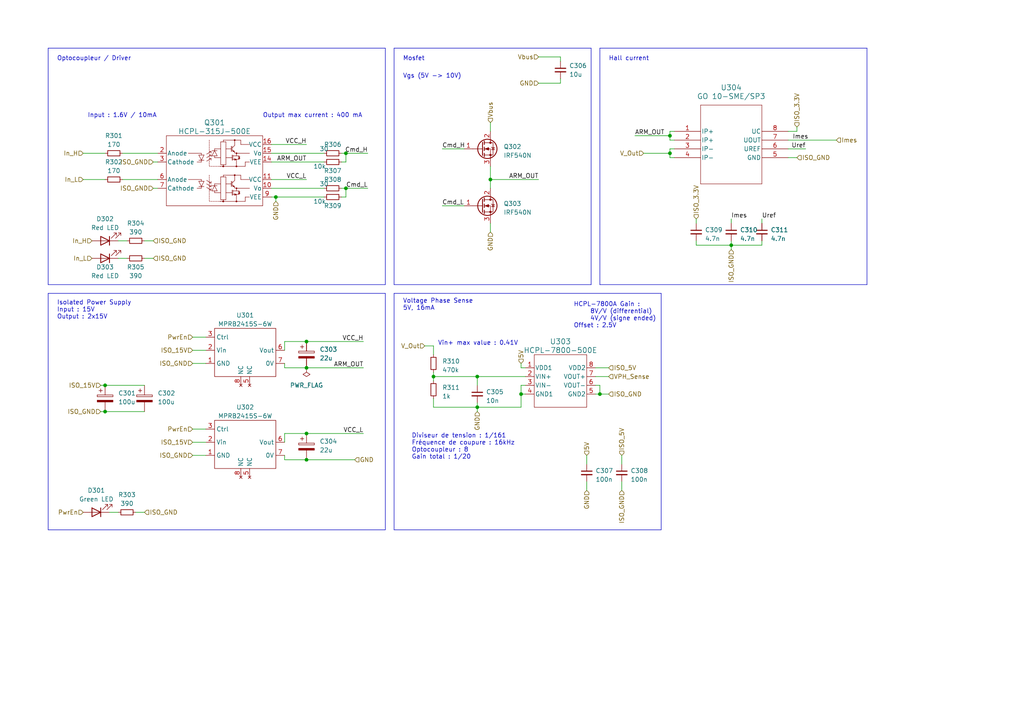
<source format=kicad_sch>
(kicad_sch (version 20250114) (generator "eeschema") (generator_version "9.0")
  (paper "A4")
  (title_block (title "AAP Inverter") (date "2023-05-01") (company "ENSEA"))
  (lib_symbols
    (symbol "Custom:GO_10-SME" (pin_names (offset 0.254))
      (property "Reference" "U" (at 7.62 -12.7 0))
      (property "Value" "GO 10-SME/SP3" (at 0 12.7 0))
      (symbol "GO_10-SME_0_1"
        (polyline (pts (xy -8.89 11.43) (xy -8.89 -11.43)) (stroke (width 0.127)))
        (polyline (pts (xy -8.89 -11.43) (xy 8.89 -11.43)) (stroke (width 0.127)))
        (polyline (pts (xy 8.89 11.43) (xy -8.89 11.43)) (stroke (width 0.127)))
        (polyline (pts (xy 8.89 -11.43) (xy 8.89 11.43)) (stroke (width 0.127)))
        (pin input line (at -16.51 3.81 0) (length 7.62) (name "IP+") (number "1"))
        (pin input line (at -16.51 1.27 0) (length 7.62) (name "IP+") (number "2"))
        (pin power_in line (at 16.51 3.81 180) (length 7.62) (name "UC") (number "8"))
        (pin output line (at 16.51 1.27 180) (length 7.62) (name "UOUT") (number "7"))
      )
      (symbol "GO_10-SME_1_1"
        (pin passive line (at -16.51 -1.27 0) (length 7.62) (name "IP-") (number "3"))
        (pin passive line (at -16.51 -3.81 0) (length 7.62) (name "IP-") (number "4"))
        (pin output line (at 16.51 -1.27 180) (length 7.62) (name "UREF") (number "6"))
        (pin power_in line (at 16.51 -3.81 180) (length 7.62) (name "GND") (number "5"))
      )
    )
    (symbol "Custom:HCPL-315J-500E" (pin_names (offset 0.254))
      (property "Reference" "Q" (at 10.16 -12.7 0))
      (property "Value" "HCPL-315J-500E" (at 0 10.16 0))
      (symbol "HCPL-315J-500E_0_1"
        (polyline (pts (xy -13.97 8.89) (xy -13.97 -11.43)) (stroke (width 0.127)))
        (polyline (pts (xy -13.97 -11.43) (xy 13.97 -11.43)) (stroke (width 0.127)))
        (polyline (pts (xy -7.62 3.81) (xy -3.81 3.81)) (stroke (width 0.127)))
        (polyline (pts (xy -7.62 -3.81) (xy -3.81 -3.81)) (stroke (width 0.127)))
        (polyline (pts (xy -5.08 1.27) (xy -3.81 1.27)) (stroke (width 0.127)))
        (polyline (pts (xy -5.08 -6.35) (xy -3.81 -6.35)) (stroke (width 0.127)))
        (polyline (pts (xy -4.572 3.302) (xy -3.81 1.778)) (stroke (width 0.127)))
        (polyline (pts (xy -4.572 -4.318) (xy -3.81 -5.842)) (stroke (width 0.127)))
        (polyline (pts (xy -3.81 3.302) (xy -3.81 3.81)) (stroke (width 0.127)))
        (polyline (pts (xy -3.81 1.778) (xy -3.048 3.302)) (stroke (width 0.127)))
        (polyline (pts (xy -3.81 1.27) (xy -3.81 1.778)) (stroke (width 0.127)))
        (polyline (pts (xy -3.81 -4.318) (xy -3.81 -3.81)) (stroke (width 0.127)))
        (polyline (pts (xy -3.81 -5.842) (xy -3.048 -4.318)) (stroke (width 0.127)))
        (polyline (pts (xy -3.81 -6.35) (xy -3.81 -5.842)) (stroke (width 0.127)))
        (polyline (pts (xy -3.048 3.302) (xy -4.572 3.302)) (stroke (width 0.127)))
        (polyline (pts (xy -3.048 1.778) (xy -4.572 1.778)) (stroke (width 0.127)))
        (polyline (pts (xy -3.048 -4.318) (xy -4.572 -4.318)) (stroke (width 0.127)))
        (polyline (pts (xy -3.048 -5.842) (xy -4.572 -5.842)) (stroke (width 0.127)))
        (polyline (pts (xy -2.286 3.556) (xy -1.016 4.318)) (stroke (width 0.127)))
        (polyline (pts (xy -2.286 2.54) (xy -1.016 3.302)) (stroke (width 0.127)))
        (polyline (pts (xy -2.286 1.524) (xy -1.016 2.286)) (stroke (width 0.127)))
        (polyline (pts (xy -2.286 -4.064) (xy -1.016 -4.826)) (stroke (width 0.127)))
        (polyline (pts (xy -2.286 -5.08) (xy -1.016 -5.842)) (stroke (width 0.127)))
        (polyline (pts (xy -2.286 -6.096) (xy -1.016 -6.858)) (stroke (width 0.127)))
        (polyline (pts (xy -1.524 7.366) (xy -1.524 7.62)) (stroke (width 0.127)))
        (polyline (pts (xy -1.524 6.858) (xy -1.524 7.112)) (stroke (width 0.127)))
        (polyline (pts (xy -1.524 6.35) (xy -1.524 6.604)) (stroke (width 0.127)))
        (polyline (pts (xy -1.524 5.842) (xy -1.524 6.096)) (stroke (width 0.127)))
        (polyline (pts (xy -1.524 5.334) (xy -1.524 5.588)) (stroke (width 0.127)))
        (polyline (pts (xy -1.524 4.826) (xy -1.524 5.08)) (stroke (width 0.127)))
        (polyline (pts (xy -1.524 4.318) (xy -1.524 4.572)) (stroke (width 0.127)))
        (polyline (pts (xy -1.524 3.81) (xy -1.524 4.064)) (stroke (width 0.127)))
        (polyline (pts (xy -1.524 3.302) (xy -1.524 3.556)) (stroke (width 0.127)))
        (polyline (pts (xy -1.524 3.048) (xy -1.524 2.794)) (stroke (width 0.127)))
        (polyline (pts (xy -1.524 2.54) (xy -1.524 2.286)) (stroke (width 0.127)))
        (polyline (pts (xy -1.524 2.032) (xy -1.524 1.778)) (stroke (width 0.127)))
        (polyline (pts (xy -1.524 1.524) (xy -1.524 1.27)) (stroke (width 0.127)))
        (polyline (pts (xy -1.524 1.016) (xy -1.524 0.762)) (stroke (width 0.127)))
        (polyline (pts (xy -1.524 0.508) (xy -1.524 0.254)) (stroke (width 0.127)))
        (polyline (pts (xy -1.524 0) (xy -1.27 0)) (stroke (width 0.127)))
        (polyline (pts (xy -1.524 -2.794) (xy -1.524 -2.54)) (stroke (width 0.127)))
        (polyline (pts (xy -1.524 -3.302) (xy -1.524 -3.048)) (stroke (width 0.127)))
        (polyline (pts (xy -1.524 -3.81) (xy -1.524 -3.556)) (stroke (width 0.127)))
        (polyline (pts (xy -1.524 -4.318) (xy -1.524 -4.064)) (stroke (width 0.127)))
        (polyline (pts (xy -1.524 -4.826) (xy -1.524 -4.572)) (stroke (width 0.127)))
        (polyline (pts (xy -1.524 -5.334) (xy -1.524 -5.08)) (stroke (width 0.127)))
        (polyline (pts (xy -1.524 -5.588) (xy -1.524 -5.842)) (stroke (width 0.127)))
        (polyline (pts (xy -1.524 -6.096) (xy -1.524 -6.35)) (stroke (width 0.127)))
        (polyline (pts (xy -1.524 -6.604) (xy -1.524 -6.858)) (stroke (width 0.127)))
        (polyline (pts (xy -1.524 -7.112) (xy -1.524 -7.366)) (stroke (width 0.127)))
        (polyline (pts (xy -1.524 -7.62) (xy -1.524 -7.874)) (stroke (width 0.127)))
        (polyline (pts (xy -1.524 -8.128) (xy -1.524 -8.382)) (stroke (width 0.127)))
        (polyline (pts (xy -1.524 -8.636) (xy -1.524 -8.89)) (stroke (width 0.127)))
        (polyline (pts (xy -1.524 -9.144) (xy -1.524 -9.398)) (stroke (width 0.127)))
        (polyline (pts (xy -1.524 -9.652) (xy -1.524 -9.906)) (stroke (width 0.127)))
        (polyline (pts (xy -1.524 -10.16) (xy -1.27 -10.16)) (stroke (width 0.127)))
        (polyline (pts (xy -1.016 4.318) (xy -1.524 4.318)) (stroke (width 0.127)))
        (polyline (pts (xy -1.016 4.318) (xy -1.016 3.81)) (stroke (width 0.127)))
        (polyline (pts (xy -1.016 3.302) (xy -1.524 3.302)) (stroke (width 0.127)))
        (polyline (pts (xy -1.016 3.302) (xy -1.016 2.794)) (stroke (width 0.127)))
        (polyline (pts (xy -1.016 2.286) (xy -1.524 2.286)) (stroke (width 0.127)))
        (polyline (pts (xy -1.016 2.286) (xy -1.016 1.778)) (stroke (width 0.127)))
        (polyline (pts (xy -1.016 -4.826) (xy -1.524 -4.826)) (stroke (width 0.127)))
        (polyline (pts (xy -1.016 -4.826) (xy -1.016 -4.318)) (stroke (width 0.127)))
        (polyline (pts (xy -1.016 -5.842) (xy -1.524 -5.842)) (stroke (width 0.127)))
        (polyline (pts (xy -1.016 -5.842) (xy -1.016 -5.334)) (stroke (width 0.127)))
        (polyline (pts (xy -1.016 -6.858) (xy -1.524 -6.858)) (stroke (width 0.127)))
        (polyline (pts (xy -1.016 -6.858) (xy -1.016 -6.35)) (stroke (width 0.127)))
        (polyline (pts (xy -0.762 4.572) (xy 0.762 4.572)) (stroke (width 0.127)))
        (polyline (pts (xy -0.762 3.048) (xy 0.762 3.048)) (stroke (width 0.127)))
        (polyline (pts (xy -0.762 0) (xy -1.016 0)) (stroke (width 0.127)))
        (polyline (pts (xy -0.762 -5.588) (xy 0.762 -5.588)) (stroke (width 0.127)))
        (polyline (pts (xy -0.762 -7.112) (xy 0.762 -7.112)) (stroke (width 0.127)))
        (polyline (pts (xy -0.762 -10.16) (xy -1.016 -10.16)) (stroke (width 0.127)))
        (polyline (pts (xy -0.254 0) (xy -0.508 0)) (stroke (width 0.127)))
        (polyline (pts (xy -0.254 -10.16) (xy -0.508 -10.16)) (stroke (width 0.127)))
        (polyline (pts (xy 0 5.08) (xy 0 4.572)) (stroke (width 0.127)))
        (polyline (pts (xy 0 4.572) (xy -0.762 3.048)) (stroke (width 0.127)))
        (polyline (pts (xy 0 3.048) (xy 0 2.54)) (stroke (width 0.127)))
        (polyline (pts (xy 0 -5.08) (xy 0 -5.588)) (stroke (width 0.127)))
        (polyline (pts (xy 0 -5.588) (xy -0.762 -7.112)) (stroke (width 0.127)))
        (polyline (pts (xy 0 -7.112) (xy 0 -7.62)) (stroke (width 0.127)))
        (polyline (pts (xy 0.254 0) (xy 0 0)) (stroke (width 0.127)))
        (polyline (pts (xy 0.254 -10.16) (xy 0 -10.16)) (stroke (width 0.127)))
        (polyline (pts (xy 0.762 3.048) (xy 0 4.572)) (stroke (width 0.127)))
        (polyline (pts (xy 0.762 0) (xy 0.508 0)) (stroke (width 0.127)))
        (polyline (pts (xy 0.762 -7.112) (xy 0 -5.588)) (stroke (width 0.127)))
        (polyline (pts (xy 0.762 -10.16) (xy 0.508 -10.16)) (stroke (width 0.127)))
        (polyline (pts (xy 1.27 0) (xy 1.016 0)) (stroke (width 0.127)))
        (polyline (pts (xy 1.27 -10.16) (xy 1.016 -10.16)) (stroke (width 0.127)))
        (polyline (pts (xy 1.778 7.112) (xy 1.778 0.508)) (stroke (width 0.127)))
        (polyline (pts (xy 1.778 5.08) (xy 0 5.08)) (stroke (width 0.127)))
        (polyline (pts (xy 1.778 2.54) (xy 0 2.54)) (stroke (width 0.127)))
        (polyline (pts (xy 1.778 0.508) (xy 3.302 0.508)) (stroke (width 0.127)))
        (polyline (pts (xy 1.778 0) (xy 1.524 0)) (stroke (width 0.127)))
        (polyline (pts (xy 1.778 0) (xy 1.524 0)) (stroke (width 0.127)))
        (polyline (pts (xy 1.778 -3.048) (xy 1.778 -9.652)) (stroke (width 0.127)))
        (polyline (pts (xy 1.778 -5.08) (xy 0 -5.08)) (stroke (width 0.127)))
        (polyline (pts (xy 1.778 -7.62) (xy 0 -7.62)) (stroke (width 0.127)))
        (polyline (pts (xy 1.778 -9.652) (xy 3.302 -9.652)) (stroke (width 0.127)))
        (polyline (pts (xy 1.778 -10.16) (xy 1.524 -10.16)) (stroke (width 0.127)))
        (polyline (pts (xy 1.778 -10.16) (xy 1.524 -10.16)) (stroke (width 0.127)))
        (polyline (pts (xy 2.286 0) (xy 2.032 0)) (stroke (width 0.127)))
        (polyline (pts (xy 2.286 0) (xy 2.032 0)) (stroke (width 0.127)))
        (polyline (pts (xy 2.286 -10.16) (xy 2.032 -10.16)) (stroke (width 0.127)))
        (polyline (pts (xy 2.286 -10.16) (xy 2.032 -10.16)) (stroke (width 0.127)))
        (polyline (pts (xy 2.54 7.62) (xy 2.54 7.112)) (stroke (width 0.127)))
        (polyline (pts (xy 2.54 0.508) (xy 2.54 0)) (stroke (width 0.127)))
        (circle (center 2.54 0) (radius 0.127) (stroke (width 0.254)))
        (polyline (pts (xy 2.54 -2.54) (xy 2.54 -3.048)) (stroke (width 0.127)))
        (polyline (pts (xy 2.54 -9.652) (xy 2.54 -10.16)) (stroke (width 0.127)))
        (circle (center 2.54 -10.16) (radius 0.127) (stroke (width 0.254)))
        (polyline (pts (xy 3.302 7.112) (xy 1.778 7.112)) (stroke (width 0.127)))
        (polyline (pts (xy 3.302 5.08) (xy 4.826 5.08)) (stroke (width 0.127)))
        (polyline (pts (xy 3.302 2.54) (xy 5.08 2.54)) (stroke (width 0.127)))
        (polyline (pts (xy 3.302 0.508) (xy 3.302 7.112)) (stroke (width 0.127)))
        (polyline (pts (xy 3.302 -3.048) (xy 1.778 -3.048)) (stroke (width 0.127)))
        (polyline (pts (xy 3.302 -5.08) (xy 4.826 -5.08)) (stroke (width 0.127)))
        (polyline (pts (xy 3.302 -7.62) (xy 5.08 -7.62)) (stroke (width 0.127)))
        (polyline (pts (xy 3.302 -9.652) (xy 3.302 -3.048)) (stroke (width 0.127)))
        (polyline (pts (xy 4.826 5.842) (xy 4.826 4.318)) (stroke (width 0.127)))
        (polyline (pts (xy 4.826 -4.318) (xy 4.826 -5.842)) (stroke (width 0.127)))
        (polyline (pts (xy 5.08 5.842) (xy 5.08 4.318)) (stroke (width 0.127)))
        (polyline (pts (xy 5.08 5.334) (xy 5.842 6.096)) (stroke (width 0.127)))
        (polyline (pts (xy 5.08 4.826) (xy 5.588 4.318)) (stroke (width 0.127)))
        (polyline (pts (xy 5.08 3.302) (xy 5.08 1.778)) (stroke (width 0.127)))
        (polyline (pts (xy 5.08 -4.318) (xy 5.08 -5.842)) (stroke (width 0.127)))
        (polyline (pts (xy 5.08 -4.826) (xy 5.842 -4.064)) (stroke (width 0.127)))
        (polyline (pts (xy 5.08 -5.334) (xy 5.588 -5.842)) (stroke (width 0.127)))
        (polyline (pts (xy 5.08 -6.858) (xy 5.08 -8.382)) (stroke (width 0.127)))
        (polyline (pts (xy 5.334 3.302) (xy 5.334 1.778)) (stroke (width 0.127)))
        (polyline (pts (xy 5.334 3.048) (xy 7.112 3.048)) (stroke (width 0.127)))
        (polyline (pts (xy 5.334 2.032) (xy 7.112 2.032)) (stroke (width 0.127)))
        (polyline (pts (xy 5.334 -6.858) (xy 5.334 -8.382)) (stroke (width 0.127)))
        (polyline (pts (xy 5.334 -7.112) (xy 7.112 -7.112)) (stroke (width 0.127)))
        (polyline (pts (xy 5.334 -8.128) (xy 7.112 -8.128)) (stroke (width 0.127)))
        (polyline (pts (xy 5.842 7.62) (xy 5.842 6.096)) (stroke (width 0.127)))
        (circle (center 5.842 7.62) (radius 0.127) (stroke (width 0.254)))
        (polyline (pts (xy 5.842 4.064) (xy 5.842 3.81)) (stroke (width 0.127)))
        (polyline (pts (xy 5.842 4.064) (xy 5.588 4.572) (xy 5.334 4.318)) (fill (type outline)))
        (polyline (pts (xy 5.842 -2.54) (xy 5.842 -4.064)) (stroke (width 0.127)))
        (circle (center 5.842 -2.54) (radius 0.127) (stroke (width 0.254)))
        (polyline (pts (xy 5.842 -6.096) (xy 5.842 -6.35)) (stroke (width 0.127)))
        (polyline (pts (xy 5.842 -6.096) (xy 5.588 -5.588) (xy 5.334 -5.842)) (fill (type outline)))
        (polyline (pts (xy 6.35 3.81) (xy 10.16 3.81)) (stroke (width 0.127)))
        (circle (center 6.35 3.81) (radius 0.127) (stroke (width 0.254)))
        (polyline (pts (xy 6.35 3.048) (xy 6.35 3.81)) (stroke (width 0.127)))
        (polyline (pts (xy 6.35 2.032) (xy 5.842 1.778) (xy 5.842 2.286)) (fill (type outline)))
        (polyline (pts (xy 6.35 0) (xy 6.35 2.032)) (stroke (width 0.127)))
        (circle (center 6.35 0) (radius 0.127) (stroke (width 0.254)))
        (polyline (pts (xy 6.35 -6.35) (xy 10.16 -6.35)) (stroke (width 0.127)))
        (circle (center 6.35 -6.35) (radius 0.127) (stroke (width 0.254)))
        (polyline (pts (xy 6.35 -7.112) (xy 6.35 -6.35)) (stroke (width 0.127)))
        (polyline (pts (xy 6.35 -8.128) (xy 5.842 -8.382) (xy 5.842 -7.874)) (fill (type outline)))
        (polyline (pts (xy 6.35 -10.16) (xy 6.35 -8.128)) (stroke (width 0.127)))
        (circle (center 6.35 -10.16) (radius 0.127) (stroke (width 0.254)))
        (polyline (pts (xy 6.858 2.794) (xy 7.366 2.794)) (stroke (width 0.127)))
        (polyline (pts (xy 6.858 -7.366) (xy 7.366 -7.366)) (stroke (width 0.127)))
        (polyline (pts (xy 7.112 3.048) (xy 7.112 2.794)) (stroke (width 0.127)))
        (polyline (pts (xy 7.112 2.794) (xy 7.366 2.286) (xy 6.858 2.286)) (fill (type outline)))
        (polyline (pts (xy 7.112 2.286) (xy 7.112 2.032)) (stroke (width 0.127)))
        (polyline (pts (xy 7.112 -7.112) (xy 7.112 -7.366)) (stroke (width 0.127)))
        (polyline (pts (xy 7.112 -7.366) (xy 7.366 -7.874) (xy 6.858 -7.874)) (fill (type outline)))
        (polyline (pts (xy 7.112 -7.874) (xy 7.112 -8.128)) (stroke (width 0.127)))
        (polyline (pts (xy 7.62 7.62) (xy 2.54 7.62)) (stroke (width 0.127)))
        (polyline (pts (xy 7.62 7.62) (xy 7.62 6.35)) (stroke (width 0.127)))
        (polyline (pts (xy 7.62 6.35) (xy 10.16 6.35)) (stroke (width 0.127)))
        (polyline (pts (xy 7.62 -2.54) (xy 2.54 -2.54)) (stroke (width 0.127)))
        (polyline (pts (xy 7.62 -2.54) (xy 7.62 -3.81)) (stroke (width 0.127)))
        (polyline (pts (xy 7.62 -3.81) (xy 10.16 -3.81)) (stroke (width 0.127)))
        (polyline (pts (xy 8.89 1.27) (xy 8.89 0)) (stroke (width 0.127)))
        (polyline (pts (xy 8.89 1.27) (xy 10.16 1.27)) (stroke (width 0.127)))
        (polyline (pts (xy 8.89 0) (xy 2.54 0)) (stroke (width 0.127)))
        (polyline (pts (xy 8.89 -8.89) (xy 8.89 -10.16)) (stroke (width 0.127)))
        (polyline (pts (xy 8.89 -8.89) (xy 10.16 -8.89)) (stroke (width 0.127)))
        (polyline (pts (xy 8.89 -10.16) (xy 2.54 -10.16)) (stroke (width 0.127)))
        (polyline (pts (xy 13.97 8.89) (xy -13.97 8.89)) (stroke (width 0.127)))
        (polyline (pts (xy 13.97 -11.43) (xy 13.97 8.89)) (stroke (width 0.127)))
      )
      (symbol "HCPL-315J-500E_1_1"
        (pin unspecified line (at -16.51 3.81 0) (length 2.54) (name "Anode") (number "2"))
        (pin unspecified line (at -16.51 1.27 0) (length 2.54) (name "Cathode") (number "3"))
        (pin unspecified line (at -16.51 -3.81 0) (length 2.54) (name "Anode") (number "6"))
        (pin unspecified line (at -16.51 -6.35 0) (length 2.54) (name "Cathode") (number "7"))
        (pin no_connect line (at -16.51 -8.89 0) (length 2.54) (hide yes) (name "N/C") (number "8"))
        (pin no_connect line (at -11.43 6.35 0) (length 2.54) (hide yes) (name "N/C") (number "1"))
        (pin power_in line (at 16.51 6.35 180) (length 2.54) (name "VCC") (number "16"))
        (pin output line (at 16.51 3.81 180) (length 2.54) (name "Vo") (number "15"))
        (pin power_in line (at 16.51 1.27 180) (length 2.54) (name "VEE") (number "14"))
        (pin power_in line (at 16.51 -3.81 180) (length 2.54) (name "VCC") (number "11"))
        (pin output line (at 16.51 -6.35 180) (length 2.54) (name "Vo") (number "10"))
        (pin power_in line (at 16.51 -8.89 180) (length 2.54) (name "VEE") (number "9"))
      )
    )
    (symbol "Custom:HCPL-7800-500E" (pin_names (offset 0.254))
      (property "Reference" "U" (at 6.35 -8.89 0))
      (property "Value" "HCPL-7800-500E" (at 0 8.89 0))
      (symbol "HCPL-7800-500E_0_1"
        (polyline (pts (xy -7.62 7.62) (xy -7.62 -7.62)) (stroke (width 0.127)))
        (polyline (pts (xy -7.62 -7.62) (xy 7.62 -7.62)) (stroke (width 0.127)))
        (polyline (pts (xy 7.62 7.62) (xy -7.62 7.62)) (stroke (width 0.127)))
        (polyline (pts (xy 7.62 -7.62) (xy 7.62 7.62)) (stroke (width 0.127)))
      )
      (symbol "HCPL-7800-500E_1_1"
        (pin power_in line (at -10.16 3.81 0) (length 2.54) (name "VDD1") (number "1"))
        (pin input line (at -10.16 1.27 0) (length 2.54) (name "VIN+") (number "2"))
        (pin input line (at -10.16 -1.27 0) (length 2.54) (name "VIN-") (number "3"))
        (pin power_in line (at -10.16 -3.81 0) (length 2.54) (name "GND1") (number "4"))
        (pin power_in line (at 10.16 3.81 180) (length 2.54) (name "VDD2") (number "8"))
        (pin passive line (at 10.16 1.27 180) (length 2.54) (name "VOUT+") (number "7"))
        (pin passive line (at 10.16 -1.27 180) (length 2.54) (name "VOUT-") (number "6"))
        (pin power_in line (at 10.16 -3.81 180) (length 2.54) (name "GND2") (number "5"))
      )
    )
    (symbol "Custom:MPRB2415S-6W"
      (property "Reference" "U" (at 6.35 -8.89 0))
      (property "Value" "MPRB2415S-6W" (at 0 7.62 0))
      (symbol "MPRB2415S-6W_1_1"
        (rectangle (start -8.89 6.35) (end 8.89 -7.62))
        (pin bidirectional line (at -11.43 3.81 0) (length 2.54) (name "Ctrl") (number "3"))
        (pin power_in line (at -11.43 0 0) (length 2.54) (name "Vin") (number "2"))
        (pin power_in line (at -11.43 -3.81 0) (length 2.54) (name "GND") (number "1"))
        (pin no_connect line (at -1.27 -10.16 90) (length 2.54) (name "NC") (number "8"))
        (pin no_connect line (at 1.27 -10.16 90) (length 2.54) (name "NC") (number "5"))
        (pin power_out line (at 11.43 0 180) (length 2.54) (name "Vout") (number "6"))
        (pin passive line (at 11.43 -3.81 180) (length 2.54) (name "0V") (number "7"))
      )
    )
    (symbol "Device:C_Polarized" (pin_numbers (hide yes)) (pin_names (offset 0.254))
      (property "Reference" "C" (at 0.635 2.54 0))
      (property "Value" "C_Polarized" (at 0.635 -2.54 0))
      (symbol "C_Polarized_0_1"
        (rectangle (start -2.286 0.508) (end 2.286 1.016))
        (polyline (pts (xy -1.778 2.286) (xy -0.762 2.286)))
        (polyline (pts (xy -1.27 2.794) (xy -1.27 1.778)))
        (rectangle (start 2.286 -0.508) (end -2.286 -1.016) (fill (type outline)))
      )
      (symbol "C_Polarized_1_1"
        (pin passive line (at 0 3.81 270) (length 2.794) (name "~") (number "1"))
        (pin passive line (at 0 -3.81 90) (length 2.794) (name "~") (number "2"))
      )
    )
    (symbol "Device:C_Small" (pin_numbers (hide yes)) (pin_names (offset 0.254) (hide yes))
      (property "Reference" "C" (at 0.254 1.778 0))
      (property "Value" "C_Small" (at 0.254 -2.032 0))
      (symbol "C_Small_0_1"
        (polyline (pts (xy -1.524 0.508) (xy 1.524 0.508)) (stroke (width 0.3048)))
        (polyline (pts (xy -1.524 -0.508) (xy 1.524 -0.508)) (stroke (width 0.3302)))
      )
      (symbol "C_Small_1_1"
        (pin passive line (at 0 2.54 270) (length 2.032) (name "~") (number "1"))
        (pin passive line (at 0 -2.54 90) (length 2.032) (name "~") (number "2"))
      )
    )
    (symbol "Device:LED" (pin_numbers (hide yes)) (pin_names (offset 1.016) (hide yes))
      (property "Reference" "D" (at 0 2.54 0))
      (property "Value" "LED" (at 0 -2.54 0))
      (symbol "LED_0_1"
        (polyline (pts (xy -3.048 -0.762) (xy -4.572 -2.286) (xy -3.81 -2.286) (xy -4.572 -2.286) (xy -4.572 -1.524)))
        (polyline (pts (xy -1.778 -0.762) (xy -3.302 -2.286) (xy -2.54 -2.286) (xy -3.302 -2.286) (xy -3.302 -1.524)))
        (polyline (pts (xy -1.27 0) (xy 1.27 0)))
        (polyline (pts (xy -1.27 -1.27) (xy -1.27 1.27)) (stroke (width 0.254)))
        (polyline (pts (xy 1.27 -1.27) (xy 1.27 1.27) (xy -1.27 0) (xy 1.27 -1.27)) (stroke (width 0.254)))
      )
      (symbol "LED_1_1"
        (pin passive line (at -3.81 0 0) (length 2.54) (name "K") (number "1"))
        (pin passive line (at 3.81 0 180) (length 2.54) (name "A") (number "2"))
      )
    )
    (symbol "Device:R_Small" (pin_numbers (hide yes)) (pin_names (offset 0.254) (hide yes))
      (property "Reference" "R" (at 0.762 0.508 0))
      (property "Value" "R_Small" (at 0.762 -1.016 0))
      (symbol "R_Small_0_1"
        (rectangle (start -0.762 1.778) (end 0.762 -1.778) (stroke (width 0.2032)))
      )
      (symbol "R_Small_1_1"
        (pin passive line (at 0 2.54 270) (length 0.762) (name "~") (number "1"))
        (pin passive line (at 0 -2.54 90) (length 0.762) (name "~") (number "2"))
      )
    )
    (symbol "MPRB2415S-6W_1"
      (property "Reference" "U" (at 6.35 -8.89 0))
      (property "Value" "MPRB2415S-6W" (at 0 7.62 0))
      (symbol "MPRB2415S-6W_1_1_1"
        (rectangle (start -8.89 6.35) (end 8.89 -7.62))
        (pin bidirectional line (at -11.43 3.81 0) (length 2.54) (name "Ctrl") (number "3"))
        (pin power_in line (at -11.43 0 0) (length 2.54) (name "Vin") (number "2"))
        (pin power_in line (at -11.43 -3.81 0) (length 2.54) (name "GND") (number "1"))
        (pin no_connect line (at -1.27 -10.16 90) (length 2.54) (name "NC") (number "8"))
        (pin no_connect line (at 1.27 -10.16 90) (length 2.54) (name "NC") (number "5"))
        (pin power_out line (at 11.43 0 180) (length 2.54) (name "Vout") (number "6"))
        (pin passive line (at 11.43 -3.81 180) (length 2.54) (name "0V") (number "7"))
      )
    )
    (symbol "Transistor_FET:IRF540N" (pin_names (hide yes))
      (property "Reference" "Q" (at 6.35 1.905 0))
      (property "Value" "IRF540N" (at 6.35 0 0))
      (symbol "IRF540N_0_1"
        (polyline (pts (xy 0.254 1.905) (xy 0.254 -1.905)) (stroke (width 0.254)))
        (polyline (pts (xy 0.254 0) (xy -2.54 0)))
        (polyline (pts (xy 0.762 2.286) (xy 0.762 1.27)) (stroke (width 0.254)))
        (polyline (pts (xy 0.762 0.508) (xy 0.762 -0.508)) (stroke (width 0.254)))
        (polyline (pts (xy 0.762 -1.27) (xy 0.762 -2.286)) (stroke (width 0.254)))
        (polyline (pts (xy 0.762 -1.778) (xy 3.302 -1.778) (xy 3.302 1.778) (xy 0.762 1.778)))
        (polyline (pts (xy 1.016 0) (xy 2.032 0.381) (xy 2.032 -0.381) (xy 1.016 0)) (fill (type outline)))
        (circle (center 1.651 0) (radius 2.794) (stroke (width 0.254)))
        (polyline (pts (xy 2.54 2.54) (xy 2.54 1.778)))
        (circle (center 2.54 1.778) (radius 0.254) (fill (type outline)))
        (circle (center 2.54 -1.778) (radius 0.254) (fill (type outline)))
        (polyline (pts (xy 2.54 -2.54) (xy 2.54 0) (xy 0.762 0)))
        (polyline (pts (xy 2.794 0.508) (xy 2.921 0.381) (xy 3.683 0.381) (xy 3.81 0.254)))
        (polyline (pts (xy 3.302 0.381) (xy 2.921 -0.254) (xy 3.683 -0.254) (xy 3.302 0.381)))
      )
      (symbol "IRF540N_1_1"
        (pin input line (at -5.08 0 0) (length 2.54) (name "G") (number "1"))
        (pin passive line (at 2.54 5.08 270) (length 2.54) (name "D") (number "2"))
        (pin passive line (at 2.54 -5.08 90) (length 2.54) (name "S") (number "3"))
      )
    )
    (symbol "power:PWR_FLAG" (power) (pin_numbers (hide yes)) (pin_names (offset 0) (hide yes))
      (property "Value" "PWR_FLAG" (at 0 3.81 0))
      (symbol "PWR_FLAG_0_0"
        (pin power_out line (at 0 0 90) (length 0) (name "pwr") (number "1"))
      )
      (symbol "PWR_FLAG_0_1"
        (polyline (pts (xy 0 0) (xy 0 1.27) (xy -1.016 1.905) (xy 0 2.54) (xy 1.016 1.905) (xy 0 1.27)))
      )
    )
  )
  (text "Hall current" (at 176.53 17.78 0) (effects (font (size 1.27 1.27)) (justify left bottom)))
  (text "Isolated Power Supply\nInput : 15V\nOutput : 2x15V" (at 16.51 92.71 0) (effects (font (size 1.27 1.27)) (justify left bottom)))
  (text "Output max current : 400 mA" (at 76.2 34.29 0) (effects (font (size 1.27 1.27)) (justify left bottom)))
  (text "Input : 1.6V / 10mA\n" (at 25.4 34.29 0) (effects (font (size 1.27 1.27)) (justify left bottom)))
  (text "Voltage Phase Sense\n5V, 16mA\n" (at 116.84 90.17 0) (effects (font (size 1.27 1.27)) (justify left bottom)))
  (text "Vgs (5V -> 10V)\n" (at 116.84 22.86 0) (effects (font (size 1.27 1.27)) (justify left bottom)))
  (text "Vin+ max value : 0.41V" (at 127 100.33 0) (effects (font (size 1.27 1.27)) (justify left bottom)))
  (text "Mosfet" (at 116.84 17.78 0) (effects (font (size 1.27 1.27)) (justify left bottom)))
  (text "Optocoupleur / Driver" (at 16.51 17.78 0) (effects (font (size 1.27 1.27)) (justify left bottom)))
  (text "Diviseur de tension : 1/161\nFréquence de coupure : 16kHz\nOptocoupleur : 8\nGain total : 1/20" (at 119.38 133.35 0) (effects (font (size 1.27 1.27)) (justify left bottom)))
  (text "HCPL-7800A Gain :\n	8V/V (differential)\n	4V/V (signe ended)\nOffset : 2.5V" (at 166.37 95.25 0) (effects (font (size 1.27 1.27)) (justify left bottom)))
  (junction (at 194.31 44.45))
  (junction (at 212.09 71.12))
  (junction (at 80.01 57.15))
  (junction (at 88.9 133.35))
  (junction (at 100.33 54.61))
  (junction (at 88.9 99.06))
  (junction (at 30.48 111.76))
  (junction (at 138.43 118.11))
  (junction (at 30.48 119.38))
  (junction (at 125.73 109.22))
  (junction (at 100.33 44.45))
  (junction (at 88.9 106.68))
  (junction (at 88.9 125.73))
  (junction (at 142.24 52.07))
  (junction (at 151.13 114.3))
  (junction (at 138.43 109.22))
  (junction (at 194.31 39.37))
  (junction (at 173.99 114.3))
  (wire (pts (xy 212.09 69.85) (xy 212.09 71.12)))
  (wire (pts (xy 201.93 71.12) (xy 212.09 71.12)))
  (wire (pts (xy 78.74 41.91) (xy 88.9 41.91)))
  (wire (pts (xy 172.72 114.3) (xy 173.99 114.3)))
  (wire (pts (xy 88.9 99.06) (xy 105.41 99.06)))
  (wire (pts (xy 142.24 64.77) (xy 142.24 67.31)))
  (wire (pts (xy 162.56 16.51) (xy 162.56 17.78)))
  (wire (pts (xy 138.43 118.11) (xy 138.43 119.38)))
  (wire (pts (xy 151.13 106.68) (xy 151.13 105.41)))
  (polyline (pts (xy 251.46 82.55) (xy 173.99 82.55)))
  (wire (pts (xy 142.24 35.56) (xy 142.24 38.1)))
  (wire (pts (xy 142.24 48.26) (xy 142.24 52.07)))
  (wire (pts (xy 80.01 57.15) (xy 93.98 57.15)))
  (wire (pts (xy 195.58 40.64) (xy 194.31 40.64)))
  (wire (pts (xy 142.24 52.07) (xy 156.21 52.07)))
  (wire (pts (xy 194.31 44.45) (xy 194.31 43.18)))
  (wire (pts (xy 24.13 44.45) (xy 30.48 44.45)))
  (wire (pts (xy 100.33 54.61) (xy 106.68 54.61)))
  (wire (pts (xy 55.88 97.79) (xy 59.69 97.79)))
  (wire (pts (xy 228.6 38.1) (xy 231.14 38.1)))
  (wire (pts (xy 125.73 107.95) (xy 125.73 109.22)))
  (polyline (pts (xy 191.77 153.67) (xy 114.3 153.67)))
  (wire (pts (xy 194.31 43.18) (xy 195.58 43.18)))
  (wire (pts (xy 88.9 133.35) (xy 102.87 133.35)))
  (polyline (pts (xy 114.3 85.09) (xy 191.77 85.09)))
  (wire (pts (xy 162.56 22.86) (xy 162.56 24.13)))
  (wire (pts (xy 55.88 128.27) (xy 59.69 128.27)))
  (wire (pts (xy 80.01 58.42) (xy 80.01 57.15)))
  (wire (pts (xy 220.98 69.85) (xy 220.98 71.12)))
  (wire (pts (xy 173.99 114.3) (xy 176.53 114.3)))
  (wire (pts (xy 82.55 125.73) (xy 88.9 125.73)))
  (wire (pts (xy 39.37 148.59) (xy 41.91 148.59)))
  (wire (pts (xy 88.9 106.68) (xy 105.41 106.68)))
  (wire (pts (xy 125.73 118.11) (xy 138.43 118.11)))
  (wire (pts (xy 34.29 69.85) (xy 36.83 69.85)))
  (wire (pts (xy 88.9 125.73) (xy 105.41 125.73)))
  (wire (pts (xy 30.48 111.76) (xy 41.91 111.76)))
  (wire (pts (xy 82.55 125.73) (xy 82.55 128.27)))
  (wire (pts (xy 151.13 111.76) (xy 151.13 114.3)))
  (wire (pts (xy 34.29 74.93) (xy 36.83 74.93)))
  (polyline (pts (xy 191.77 85.09) (xy 191.77 153.67)))
  (wire (pts (xy 125.73 100.33) (xy 123.19 100.33)))
  (wire (pts (xy 128.27 59.69) (xy 134.62 59.69)))
  (wire (pts (xy 194.31 44.45) (xy 194.31 45.72)))
  (wire (pts (xy 125.73 109.22) (xy 138.43 109.22)))
  (wire (pts (xy 80.01 57.15) (xy 78.74 57.15)))
  (wire (pts (xy 201.93 63.5) (xy 201.93 64.77)))
  (wire (pts (xy 186.69 44.45) (xy 194.31 44.45)))
  (wire (pts (xy 99.06 54.61) (xy 100.33 54.61)))
  (polyline (pts (xy 111.76 13.97) (xy 111.76 82.55)))
  (wire (pts (xy 35.56 52.07) (xy 45.72 52.07)))
  (wire (pts (xy 151.13 118.11) (xy 151.13 114.3)))
  (polyline (pts (xy 13.97 13.97) (xy 111.76 13.97)))
  (wire (pts (xy 29.21 111.76) (xy 30.48 111.76)))
  (wire (pts (xy 184.15 39.37) (xy 194.31 39.37)))
  (wire (pts (xy 194.31 39.37) (xy 194.31 40.64)))
  (wire (pts (xy 78.74 52.07) (xy 88.9 52.07)))
  (wire (pts (xy 231.14 38.1) (xy 231.14 36.83)))
  (wire (pts (xy 228.6 45.72) (xy 231.14 45.72)))
  (wire (pts (xy 142.24 52.07) (xy 142.24 54.61)))
  (wire (pts (xy 99.06 46.99) (xy 100.33 46.99)))
  (wire (pts (xy 212.09 71.12) (xy 220.98 71.12)))
  (wire (pts (xy 99.06 44.45) (xy 100.33 44.45)))
  (wire (pts (xy 128.27 43.18) (xy 134.62 43.18)))
  (wire (pts (xy 201.93 69.85) (xy 201.93 71.12)))
  (wire (pts (xy 82.55 106.68) (xy 82.55 105.41)))
  (wire (pts (xy 194.31 45.72) (xy 195.58 45.72)))
  (polyline (pts (xy 114.3 13.97) (xy 114.3 82.55)))
  (wire (pts (xy 125.73 109.22) (xy 125.73 110.49)))
  (wire (pts (xy 100.33 57.15) (xy 100.33 54.61)))
  (polyline (pts (xy 111.76 85.09) (xy 111.76 153.67)))
  (polyline (pts (xy 111.76 153.67) (xy 13.97 153.67)))
  (wire (pts (xy 82.55 106.68) (xy 88.9 106.68)))
  (polyline (pts (xy 114.3 85.09) (xy 114.3 153.67)))
  (polyline (pts (xy 114.3 13.97) (xy 171.45 13.97)))
  (wire (pts (xy 138.43 116.84) (xy 138.43 118.11)))
  (wire (pts (xy 180.34 132.08) (xy 180.34 134.62)))
  (wire (pts (xy 194.31 38.1) (xy 195.58 38.1)))
  (wire (pts (xy 78.74 46.99) (xy 93.98 46.99)))
  (wire (pts (xy 55.88 132.08) (xy 59.69 132.08)))
  (polyline (pts (xy 13.97 13.97) (xy 13.97 82.55)))
  (wire (pts (xy 82.55 99.06) (xy 82.55 101.6)))
  (wire (pts (xy 228.6 40.64) (xy 242.57 40.64)))
  (wire (pts (xy 220.98 63.5) (xy 220.98 64.77)))
  (wire (pts (xy 138.43 118.11) (xy 151.13 118.11)))
  (wire (pts (xy 151.13 114.3) (xy 152.4 114.3)))
  (wire (pts (xy 170.18 139.7) (xy 170.18 142.24)))
  (wire (pts (xy 99.06 57.15) (xy 100.33 57.15)))
  (wire (pts (xy 30.48 52.07) (xy 24.13 52.07)))
  (wire (pts (xy 82.55 133.35) (xy 88.9 133.35)))
  (wire (pts (xy 125.73 115.57) (xy 125.73 118.11)))
  (wire (pts (xy 228.6 43.18) (xy 233.68 43.18)))
  (wire (pts (xy 138.43 109.22) (xy 152.4 109.22)))
  (wire (pts (xy 100.33 44.45) (xy 106.68 44.45)))
  (wire (pts (xy 44.45 46.99) (xy 45.72 46.99)))
  (wire (pts (xy 78.74 44.45) (xy 93.98 44.45)))
  (polyline (pts (xy 173.99 13.97) (xy 251.46 13.97)))
  (wire (pts (xy 212.09 71.12) (xy 212.09 72.39)))
  (wire (pts (xy 35.56 44.45) (xy 45.72 44.45)))
  (wire (pts (xy 172.72 111.76) (xy 173.99 111.76)))
  (polyline (pts (xy 173.99 13.97) (xy 173.99 82.55)))
  (wire (pts (xy 176.53 106.68) (xy 172.72 106.68)))
  (polyline (pts (xy 171.45 13.97) (xy 171.45 82.55)))
  (wire (pts (xy 29.21 119.38) (xy 30.48 119.38)))
  (wire (pts (xy 30.48 119.38) (xy 41.91 119.38)))
  (wire (pts (xy 55.88 105.41) (xy 59.69 105.41)))
  (wire (pts (xy 170.18 132.08) (xy 170.18 134.62)))
  (wire (pts (xy 31.75 148.59) (xy 34.29 148.59)))
  (polyline (pts (xy 13.97 85.09) (xy 13.97 153.67)))
  (wire (pts (xy 138.43 111.76) (xy 138.43 109.22)))
  (wire (pts (xy 125.73 102.87) (xy 125.73 100.33)))
  (wire (pts (xy 212.09 63.5) (xy 212.09 64.77)))
  (wire (pts (xy 152.4 111.76) (xy 151.13 111.76)))
  (wire (pts (xy 194.31 38.1) (xy 194.31 39.37)))
  (wire (pts (xy 100.33 44.45) (xy 100.33 46.99)))
  (wire (pts (xy 78.74 54.61) (xy 93.98 54.61)))
  (wire (pts (xy 180.34 142.24) (xy 180.34 139.7)))
  (wire (pts (xy 156.21 24.13) (xy 162.56 24.13)))
  (wire (pts (xy 82.55 99.06) (xy 88.9 99.06)))
  (wire (pts (xy 156.21 16.51) (xy 162.56 16.51)))
  (polyline (pts (xy 13.97 85.09) (xy 111.76 85.09)))
  (wire (pts (xy 59.69 124.46) (xy 55.88 124.46)))
  (wire (pts (xy 55.88 101.6) (xy 59.69 101.6)))
  (wire (pts (xy 152.4 106.68) (xy 151.13 106.68)))
  (wire (pts (xy 41.91 69.85) (xy 44.45 69.85)))
  (wire (pts (xy 44.45 54.61) (xy 45.72 54.61)))
  (wire (pts (xy 41.91 74.93) (xy 44.45 74.93)))
  (polyline (pts (xy 111.76 82.55) (xy 13.97 82.55)))
  (wire (pts (xy 173.99 111.76) (xy 173.99 114.3)))
  (polyline (pts (xy 251.46 13.97) (xy 251.46 82.55)))
  (wire (pts (xy 172.72 109.22) (xy 176.53 109.22)))
  (wire (pts (xy 82.55 133.35) (xy 82.55 132.08)))
  (polyline (pts (xy 171.45 82.55) (xy 114.3 82.55)))
  (label "Uref" (at 220.98 63.5 0))
  (label "ARM_OUT" (at 184.15 39.37 0))
  (label "ARM_OUT" (at 105.41 106.68 180))
  (label "VCC_L" (at 88.9 52.07 180))
  (label "VCC_H" (at 88.9 41.91 180))
  (label "Imes" (at 229.87 40.64 0))
  (label "ARM_OUT" (at 156.21 52.07 180))
  (label "Imes" (at 212.09 63.5 0))
  (label "Cmd_H" (at 106.68 44.45 180))
  (label "ARM_OUT" (at 88.9 46.99 180))
  (label "VCC_H" (at 105.41 99.06 180))
  (label "Cmd_L" (at 128.27 59.69 0))
  (label "Uref" (at 233.68 43.18 180))
  (label "VCC_L" (at 105.41 125.73 180))
  (label "Cmd_L" (at 106.68 54.61 180))
  (label "Cmd_H" (at 128.27 43.18 0))
  (hierarchical_label "V_Out" (shape input) (at 123.19 100.33 180))
  (hierarchical_label "ISO_GND" (shape input) (at 29.21 119.38 180))
  (hierarchical_label "ISO_GND" (shape input) (at 55.88 132.08 180))
  (hierarchical_label "ISO_GND" (shape input) (at 180.34 142.24 270))
  (hierarchical_label "ISO_5V" (shape input) (at 180.34 132.08 90))
  (hierarchical_label "ISO_15V" (shape input) (at 29.21 111.76 180))
  (hierarchical_label "In_L" (shape input) (at 24.13 52.07 180))
  (hierarchical_label "In_L" (shape input) (at 26.67 74.93 180))
  (hierarchical_label "In_H" (shape input) (at 24.13 44.45 180))
  (hierarchical_label "PwrEn" (shape input) (at 55.88 124.46 180))
  (hierarchical_label "Vbus" (shape input) (at 156.21 16.51 180))
  (hierarchical_label "ISO_15V" (shape input) (at 55.88 128.27 180))
  (hierarchical_label "VPH_Sense" (shape input) (at 176.53 109.22 0))
  (hierarchical_label "V_Out" (shape input) (at 186.69 44.45 180))
  (hierarchical_label "5V" (shape input) (at 170.18 132.08 90))
  (hierarchical_label "ISO_GND" (shape input) (at 176.53 114.3 0))
  (hierarchical_label "GND" (shape input) (at 102.87 133.35 0))
  (hierarchical_label "GND" (shape input) (at 142.24 67.31 270))
  (hierarchical_label "GND" (shape input) (at 156.21 24.13 180))
  (hierarchical_label "GND" (shape input) (at 170.18 142.24 270))
  (hierarchical_label "ISO_3.3V" (shape input) (at 231.14 36.83 90))
  (hierarchical_label "ISO_GND" (shape input) (at 44.45 69.85 0))
  (hierarchical_label "PwrEn" (shape input) (at 24.13 148.59 180))
  (hierarchical_label "ISO_GND" (shape input) (at 212.09 72.39 270))
  (hierarchical_label "PwrEn" (shape input) (at 55.88 97.79 180))
  (hierarchical_label "ISO_GND" (shape input) (at 44.45 54.61 180))
  (hierarchical_label "ISO_GND" (shape input) (at 231.14 45.72 0))
  (hierarchical_label "Imes" (shape input) (at 242.57 40.64 0))
  (hierarchical_label "ISO_GND" (shape input) (at 41.91 148.59 0))
  (hierarchical_label "ISO_5V" (shape input) (at 176.53 106.68 0))
  (hierarchical_label "ISO_3.3V" (shape input) (at 201.93 63.5 90))
  (hierarchical_label "Vbus" (shape input) (at 142.24 35.56 90))
  (hierarchical_label "ISO_GND" (shape input) (at 55.88 105.41 180))
  (hierarchical_label "ISO_15V" (shape input) (at 55.88 101.6 180))
  (hierarchical_label "ISO_GND" (shape input) (at 44.45 74.93 0))
  (hierarchical_label "GND" (shape input) (at 138.43 119.38 270))
  (hierarchical_label "ISO_GND" (shape input) (at 44.45 46.99 180))
  (hierarchical_label "GND" (shape input) (at 80.01 58.42 270))
  (hierarchical_label "5V" (shape input) (at 151.13 105.41 90))
  (hierarchical_label "In_H" (shape input) (at 26.67 69.85 180))
  (symbol (lib_id "Device:C_Polarized") (at 88.9 129.54 0) (unit 1)
    (property "Reference" "C204" (at 92.71 128.016 0) (effects (justify left)))
    (property "Value" "22u" (at 92.71 130.556 0) (effects (justify left)))
    (property "Footprint" "Capacitor_SMD:CP_Elec_5x5.4" (effects (hide yes)))
    (property "Vmax" "25V" (effects (hide yes)))
    (property "MFR" "865 060 442 002" (effects (hide yes)))
    (property "Fournisseur" "Wurth" (effects (hide yes)))
    (instances (project "Inverter_KiCAD" (path "" (reference "C304") (unit 1)) (path "" (reference "C404") (unit 1)) (path "" (reference "C204") (unit 1))))
  )
  (symbol (lib_id "Device:C_Small") (at 220.98 67.31 0) (unit 1)
    (property "Reference" "C211" (at 223.52 66.6813 0) (effects (justify left)))
    (property "Value" "4.7n" (at 223.52 69.2213 0) (effects (justify left)))
    (property "Footprint" "Capacitor_SMD:C_0402_1005Metric" (effects (hide yes)))
    (property "Fournisseur" "Wurth" (effects (hide yes)))
    (property "MFR" "885 012 205 048" (effects (hide yes)))
    (instances (project "Inverter_KiCAD" (path "" (reference "C311") (unit 1)) (path "" (reference "C411") (unit 1)) (path "" (reference "C211") (unit 1))))
  )
  (symbol (lib_id "Device:C_Small") (at 170.18 137.16 0) (unit 1)
    (property "Reference" "C207" (at 172.72 136.5313 0) (effects (justify left)))
    (property "Value" "100n" (at 172.72 139.0713 0) (effects (justify left)))
    (property "Footprint" "Capacitor_SMD:C_0402_1005Metric" (effects (hide yes)))
    (property "Fournisseur" "Wurth" (effects (hide yes)))
    (property "MFR" "885 012 105 018" (effects (hide yes)))
    (instances (project "Inverter_KiCAD" (path "" (reference "C307") (unit 1)) (path "" (reference "C407") (unit 1)) (path "" (reference "C207") (unit 1))))
  )
  (symbol (lib_id "Device:R_Small") (at 33.02 44.45 270) (unit 1)
    (property "Reference" "R201" (at 33.02 39.37 90))
    (property "Value" "170" (at 33.02 41.91 90))
    (property "Footprint" "Resistor_SMD:R_0402_1005Metric" (effects (hide yes)))
    (property "Fournisseur" "Stock" (effects (hide yes)))
    (instances (project "Inverter_KiCAD" (path "" (reference "R301") (unit 1)) (path "" (reference "R401") (unit 1)) (path "" (reference "R201") (unit 1))))
  )
  (symbol (lib_id "Device:C_Small") (at 162.56 20.32 0) (unit 1)
    (property "Reference" "C206" (at 165.1 19.0563 0) (effects (justify left)))
    (property "Value" "10u" (at 165.1 21.5963 0) (effects (justify left)))
    (property "Footprint" "Capacitor_SMD:C_2220_5650Metric" (effects (hide yes)))
    (property "Datasheet" "https://www.we-online.com/components/products/datasheet/885012214001.pdf" (effects (hide yes)))
    (property "URL" "https://www.we-online.com/components/products/datasheet/885012214001.pdf" (effects (hide yes)))
    (property "Fournisseur" "Wurth" (effects (hide yes)))
    (property "MFR" "885 012 214 001" (effects (hide yes)))
    (instances (project "Inverter_KiCAD" (path "" (reference "C306") (unit 1)) (path "" (reference "C406") (unit 1)) (path "" (reference "C206") (unit 1))))
  )
  (symbol (lib_id "Device:R_Small") (at 39.37 74.93 90) (unit 1)
    (property "Reference" "R205" (at 39.37 77.47 90))
    (property "Value" "390" (at 39.37 80.01 90))
    (property "Footprint" "Resistor_SMD:R_0402_1005Metric" (effects (hide yes)))
    (property "Fournisseur" "Farnell" (effects (hide yes)))
    (property "MFR" "CRCW0402390RFKEDC" (effects (hide yes)))
    (property "Ref" "4177482" (effects (hide yes)))
    (instances (project "Inverter_KiCAD" (path "" (reference "R305") (unit 1)) (path "" (reference "R405") (unit 1)) (path "" (reference "R205") (unit 1))))
  )
  (symbol (lib_id "Device:R_Small") (at 96.52 44.45 90) (unit 1)
    (property "Reference" "R206" (at 96.52 41.91 90))
    (property "Value" "30" (at 93.98 43.18 90))
    (property "Footprint" "Resistor_SMD:R_1206_3216Metric" (effects (hide yes)))
    (property "Fournisseur" "Stock" (effects (hide yes)))
    (instances (project "Inverter_KiCAD" (path "" (reference "R306") (unit 1)) (path "" (reference "R406") (unit 1)) (path "" (reference "R206") (unit 1))))
  )
  (symbol (lib_id "Device:C_Small") (at 138.43 114.3 0) (unit 1)
    (property "Reference" "C205" (at 140.97 113.6713 0) (effects (justify left)))
    (property "Value" "10n" (at 140.97 116.2113 0) (effects (justify left)))
    (property "Footprint" "Capacitor_SMD:C_0402_1005Metric" (effects (hide yes)))
    (property "Fournisseur" "Wurth" (effects (hide yes)))
    (property "MFR" "885 012 205 050" (effects (hide yes)))
    (instances (project "Inverter_KiCAD" (path "" (reference "C305") (unit 1)) (path "" (reference "C405") (unit 1)) (path "" (reference "C205") (unit 1))))
  )
  (symbol (lib_id "Device:C_Polarized") (at 30.48 115.57 0) (unit 1)
    (property "Reference" "C201" (at 34.29 114.046 0) (effects (justify left)))
    (property "Value" "100u" (at 34.29 116.586 0) (effects (justify left)))
    (property "Footprint" "Capacitor_SMD:CP_Elec_6.3x7.7" (effects (hide yes)))
    (property "Vmax" "25V" (effects (hide yes)))
    (property "MFR" "865 060 445 005" (effects (hide yes)))
    (property "Fournisseur" "Wurth" (effects (hide yes)))
    (instances (project "Inverter_KiCAD" (path "" (reference "C301") (unit 1)) (path "" (reference "C401") (unit 1)) (path "" (reference "C201") (unit 1))))
  )
  (symbol (lib_id "Device:R_Small") (at 39.37 69.85 90) (unit 1)
    (property "Reference" "R204" (at 39.37 64.77 90))
    (property "Value" "390" (at 39.37 67.31 90))
    (property "Footprint" "Resistor_SMD:R_0402_1005Metric" (effects (hide yes)))
    (property "Fournisseur" "Farnell" (effects (hide yes)))
    (property "MFR" "CRCW0402390RFKEDC" (effects (hide yes)))
    (property "Ref" "4177482" (effects (hide yes)))
    (instances (project "Inverter_KiCAD" (path "" (reference "R304") (unit 1)) (path "" (reference "R404") (unit 1)) (path "" (reference "R204") (unit 1))))
  )
  (symbol (lib_id "Device:R_Small") (at 36.83 148.59 90) (unit 1)
    (property "Reference" "R203" (at 36.83 143.51 90))
    (property "Value" "390" (at 36.83 146.05 90))
    (property "Footprint" "Resistor_SMD:R_0402_1005Metric" (effects (hide yes)))
    (property "Fournisseur" "Farnell" (effects (hide yes)))
    (property "MFR" "CRCW0402390RFKEDC" (effects (hide yes)))
    (property "Ref" "4177482" (effects (hide yes)))
    (instances (project "Inverter_KiCAD" (path "" (reference "R303") (unit 1)) (path "" (reference "R403") (unit 1)) (path "" (reference "R203") (unit 1))))
  )
  (symbol (lib_id "Device:C_Small") (at 212.09 67.31 0) (unit 1)
    (property "Reference" "C210" (at 214.63 66.6813 0) (effects (justify left)))
    (property "Value" "4.7n" (at 214.63 69.2213 0) (effects (justify left)))
    (property "Footprint" "Capacitor_SMD:C_0402_1005Metric" (effects (hide yes)))
    (property "Fournisseur" "Wurth" (effects (hide yes)))
    (property "MFR" "885 012 205 048" (effects (hide yes)))
    (instances (project "Inverter_KiCAD" (path "" (reference "C310") (unit 1)) (path "" (reference "C410") (unit 1)) (path "" (reference "C210") (unit 1))))
  )
  (symbol (lib_id "Device:R_Small") (at 96.52 57.15 270) (unit 1)
    (property "Reference" "R209" (at 96.52 59.69 90))
    (property "Value" "10k" (at 92.71 58.42 90))
    (property "Footprint" "Resistor_SMD:R_0402_1005Metric" (effects (hide yes)))
    (property "Fournisseur" "Farnell" (effects (hide yes)))
    (property "MFR" "MC00625W0402110K" (effects (hide yes)))
    (property "Ref" "2130433" (effects (hide yes)))
    (instances (project "Inverter_KiCAD" (path "" (reference "R309") (unit 1)) (path "" (reference "R409") (unit 1)) (path "" (reference "R209") (unit 1))))
  )
  (symbol (lib_id "Transistor_FET:IRF540N") (at 139.7 59.69 0) (unit 1)
    (property "Reference" "Q203" (at 146.05 59.055 0) (effects (justify left)))
    (property "Value" "IRF540N" (at 146.05 61.595 0) (effects (justify left)))
    (property "Footprint" "Package_TO_SOT_THT:TO-220-3_Vertical" (effects (hide yes)))
    (property "Datasheet" "http://www.irf.com/product-info/datasheets/data/irf540n.pdf" (effects (hide yes)))
    (property "Fournisseur" "RS" (effects (hide yes)))
    (property "MFR" "IRF540NPBF" (effects (hide yes)))
    (property "Ref" "914-8154" (effects (hide yes)))
    (instances (project "Inverter_KiCAD" (path "" (reference "Q303") (unit 1)) (path "" (reference "Q403") (unit 1)) (path "" (reference "Q203") (unit 1))))
  )
  (symbol (lib_id "Custom:MPRB2415S-6W") (at 71.12 101.6 0) (unit 1)
    (property "Reference" "U201" (at 71.12 91.44 0))
    (property "Value" "MPRB2415S-6W" (at 71.12 93.98 0))
    (property "Footprint" "Custom:MPRB2415S" (effects (hide yes)))
    (property "Fournisseur" "Farnell*" (effects (hide yes)))
    (property "MFR" "MPRB2415S/PQQ6W-Q24-D15-S" (effects (hide yes)))
    (property "Ref" "3652723/4138610" (effects (hide yes)))
    (instances (project "Inverter_KiCAD" (path "" (reference "U301") (unit 1)) (path "" (reference "U401") (unit 1)) (path "" (reference "U201") (unit 1))))
  )
  (symbol (lib_id "Device:R_Small") (at 33.02 52.07 270) (unit 1)
    (property "Reference" "R202" (at 33.02 46.99 90))
    (property "Value" "170" (at 33.02 49.53 90))
    (property "Footprint" "Resistor_SMD:R_0402_1005Metric" (effects (hide yes)))
    (property "Fournisseur" "Stock" (effects (hide yes)))
    (instances (project "Inverter_KiCAD" (path "" (reference "R302") (unit 1)) (path "" (reference "R402") (unit 1)) (path "" (reference "R202") (unit 1))))
  )
  (symbol (lib_id "Device:R_Small") (at 125.73 113.03 0) (unit 1)
    (property "Reference" "R211" (at 128.27 112.395 0) (effects (justify left)))
    (property "Value" "1k" (at 128.27 114.935 0) (effects (justify left)))
    (property "Footprint" "Resistor_SMD:R_0402_1005Metric" (effects (hide yes)))
    (property "Fournisseur" "Farnell" (effects (hide yes)))
    (property "MFR" "MCWR04X1001FTL" (effects (hide yes)))
    (property "Ref" "2446437" (effects (hide yes)))
    (instances (project "Inverter_KiCAD" (path "" (reference "R311") (unit 1)) (path "" (reference "R411") (unit 1)) (path "" (reference "R211") (unit 1))))
  )
  (symbol (lib_id "Custom:HCPL-315J-500E") (at 62.23 48.26 0) (unit 1)
    (property "Reference" "Q201" (at 62.23 35.56 0) (effects (font (size 1.524 1.524))))
    (property "Value" "HCPL-315J-500E" (at 62.23 38.1 0) (effects (font (size 1.524 1.524))))
    (property "Footprint" "Custom:SO-16_HCPL-315J_BRA" (effects (hide yes)))
    (property "Datasheet" "HCPL-315J-500E" (effects (hide yes)))
    (property "Fournisseur" "RS" (effects (hide yes)))
    (property "MFR" "HCPL-315J-500E" (effects (hide yes)))
    (property "Ref" "174-4163" (effects (hide yes)))
    (instances (project "Inverter_KiCAD" (path "" (reference "Q301") (unit 1)) (path "" (reference "Q401") (unit 1)) (path "" (reference "Q201") (unit 1))))
  )
  (symbol (lib_id "Device:R_Small") (at 96.52 46.99 270) (unit 1)
    (property "Reference" "R207" (at 96.52 49.53 90))
    (property "Value" "10k" (at 92.71 48.26 90))
    (property "Footprint" "Resistor_SMD:R_0402_1005Metric" (effects (hide yes)))
    (property "Fournisseur" "Farnell" (effects (hide yes)))
    (property "MFR" "MC00625W0402110K" (effects (hide yes)))
    (property "Ref" "2130433" (effects (hide yes)))
    (instances (project "Inverter_KiCAD" (path "" (reference "R307") (unit 1)) (path "" (reference "R407") (unit 1)) (path "" (reference "R207") (unit 1))))
  )
  (symbol (lib_name "MPRB2415S-6W_1") (lib_id "Custom:MPRB2415S-6W") (at 71.12 128.27 0) (unit 1)
    (property "Reference" "U202" (at 71.12 118.11 0))
    (property "Value" "MPRB2415S-6W" (at 71.12 120.65 0))
    (property "Footprint" "Custom:MPRB2415S" (effects (hide yes)))
    (property "Fournisseur" "Farnell*" (effects (hide yes)))
    (property "MFR" "MPRB2415S/PQQ6W-Q24-D15-S" (effects (hide yes)))
    (property "Ref" "3652723/4138610" (effects (hide yes)))
    (instances (project "Inverter_KiCAD" (path "" (reference "U302") (unit 1)) (path "" (reference "U402") (unit 1)) (path "" (reference "U202") (unit 1))))
  )
  (symbol (lib_id "Device:C_Polarized") (at 88.9 102.87 0) (unit 1)
    (property "Reference" "C203" (at 92.71 101.346 0) (effects (justify left)))
    (property "Value" "22u" (at 92.71 103.886 0) (effects (justify left)))
    (property "Footprint" "Capacitor_SMD:CP_Elec_5x5.4" (effects (hide yes)))
    (property "Vmax" "25V" (effects (hide yes)))
    (property "MFR" "865 060 442 002" (effects (hide yes)))
    (property "Fournisseur" "Wurth" (effects (hide yes)))
    (instances (project "Inverter_KiCAD" (path "" (reference "C303") (unit 1)) (path "" (reference "C403") (unit 1)) (path "" (reference "C203") (unit 1))))
  )
  (symbol (lib_id "Transistor_FET:IRF540N") (at 139.7 43.18 0) (unit 1)
    (property "Reference" "Q202" (at 146.05 42.545 0) (effects (justify left)))
    (property "Value" "IRF540N" (at 146.05 45.085 0) (effects (justify left)))
    (property "Footprint" "Package_TO_SOT_THT:TO-220-3_Vertical" (effects (hide yes)))
    (property "Datasheet" "http://www.irf.com/product-info/datasheets/data/irf540n.pdf" (effects (hide yes)))
    (property "Fournisseur" "RS" (effects (hide yes)))
    (property "MFR" "IRF540NPBF" (effects (hide yes)))
    (property "Ref" "914-8154" (effects (hide yes)))
    (instances (project "Inverter_KiCAD" (path "" (reference "Q302") (unit 1)) (path "" (reference "Q402") (unit 1)) (path "" (reference "Q202") (unit 1))))
  )
  (symbol (lib_id "Device:LED") (at 30.48 74.93 180) (unit 1)
    (property "Reference" "D203" (at 30.48 77.47 0))
    (property "Value" "Red LED" (at 30.48 80.01 0))
    (property "Footprint" "LED_SMD:LED_0603_1608Metric" (effects (hide yes)))
    (property "Fournisseur" "Wurth" (effects (hide yes)))
    (property "MFR" "150 060 RS5 504 0" (effects (hide yes)))
    (instances (project "Inverter_KiCAD" (path "" (reference "D303") (unit 1)) (path "" (reference "D403") (unit 1)) (path "" (reference "D203") (unit 1))))
  )
  (symbol (lib_id "Device:R_Small") (at 96.52 54.61 90) (unit 1)
    (property "Reference" "R208" (at 96.52 52.07 90))
    (property "Value" "30" (at 93.98 53.34 90))
    (property "Footprint" "Resistor_SMD:R_1206_3216Metric" (effects (hide yes)))
    (property "Fournisseur" "Stock" (effects (hide yes)))
    (instances (project "Inverter_KiCAD" (path "" (reference "R308") (unit 1)) (path "" (reference "R408") (unit 1)) (path "" (reference "R208") (unit 1))))
  )
  (symbol (lib_id "Device:C_Polarized") (at 41.91 115.57 0) (unit 1)
    (property "Reference" "C202" (at 45.72 114.046 0) (effects (justify left)))
    (property "Value" "100u" (at 45.72 116.586 0) (effects (justify left)))
    (property "Footprint" "Capacitor_SMD:CP_Elec_6.3x7.7" (effects (hide yes)))
    (property "Vmax" "25V" (effects (hide yes)))
    (property "MFR" "865 060 445 005" (effects (hide yes)))
    (property "Fournisseur" "Wurth" (effects (hide yes)))
    (instances (project "Inverter_KiCAD" (path "" (reference "C302") (unit 1)) (path "" (reference "C402") (unit 1)) (path "" (reference "C202") (unit 1))))
  )
  (symbol (lib_id "Device:C_Small") (at 201.93 67.31 0) (unit 1)
    (property "Reference" "C209" (at 204.47 66.6813 0) (effects (justify left)))
    (property "Value" "4.7n" (at 204.47 69.2213 0) (effects (justify left)))
    (property "Footprint" "Capacitor_SMD:C_0402_1005Metric" (effects (hide yes)))
    (property "Fournisseur" "Wurth" (effects (hide yes)))
    (property "MFR" "885 012 205 048" (effects (hide yes)))
    (instances (project "Inverter_KiCAD" (path "" (reference "C309") (unit 1)) (path "" (reference "C409") (unit 1)) (path "" (reference "C209") (unit 1))))
  )
  (symbol (lib_id "Custom:HCPL-7800-500E") (at 162.56 110.49 0) (unit 1)
    (property "Reference" "U203" (at 162.56 99.06 0) (effects (font (size 1.524 1.524))))
    (property "Value" "HCPL-7800-500E" (at 162.56 101.6 0) (effects (font (size 1.524 1.524))))
    (property "Footprint" "Custom:DIP-8 Gull Wing" (effects (hide yes)))
    (property "Fournisseur" "RS" (effects (hide yes)))
    (property "MFR" "HCPL-7800A-500E" (effects (hide yes)))
    (property "Ref" "174-4179" (effects (hide yes)))
    (instances (project "Inverter_KiCAD" (path "" (reference "U303") (unit 1)) (path "" (reference "U403") (unit 1)) (path "" (reference "U203") (unit 1))))
  )
  (symbol (lib_id "Device:LED") (at 30.48 69.85 180) (unit 1)
    (property "Reference" "D202" (at 30.48 63.5 0))
    (property "Value" "Red LED" (at 30.48 66.04 0))
    (property "Footprint" "LED_SMD:LED_0603_1608Metric" (effects (hide yes)))
    (property "Fournisseur" "Wurth" (effects (hide yes)))
    (property "MFR" "150 060 RS5 504 0" (effects (hide yes)))
    (instances (project "Inverter_KiCAD" (path "" (reference "D302") (unit 1)) (path "" (reference "D402") (unit 1)) (path "" (reference "D202") (unit 1))))
  )
  (symbol (lib_id "Device:R_Small") (at 125.73 105.41 0) (unit 1)
    (property "Reference" "R210" (at 128.27 104.775 0) (effects (justify left)))
    (property "Value" "470k" (at 128.27 107.315 0) (effects (justify left)))
    (property "Footprint" "Resistor_SMD:R_0402_1005Metric" (effects (hide yes)))
    (property "Fournisseur" "Stock" (effects (hide yes)))
    (instances (project "Inverter_KiCAD" (path "" (reference "R310") (unit 1)) (path "" (reference "R410") (unit 1)) (path "" (reference "R210") (unit 1))))
  )
  (symbol (lib_id "power:PWR_FLAG") (at 88.9 106.68 180) (unit 1)
    (property "Reference" "#FLG0201" (effects (hide yes)))
    (property "Value" "PWR_FLAG" (at 88.9 111.76 0))
    (instances (project "Inverter_KiCAD" (path "" (reference "#FLG0301") (unit 1)) (path "" (reference "#FLG0401") (unit 1)) (path "" (reference "#FLG0201") (unit 1))))
  )
  (symbol (lib_id "Device:C_Small") (at 180.34 137.16 0) (unit 1)
    (property "Reference" "C208" (at 182.88 136.5313 0) (effects (justify left)))
    (property "Value" "100n" (at 182.88 139.0713 0) (effects (justify left)))
    (property "Footprint" "Capacitor_SMD:C_0402_1005Metric" (effects (hide yes)))
    (property "Fournisseur" "Wurth" (effects (hide yes)))
    (property "MFR" "885 012 105 018" (effects (hide yes)))
    (instances (project "Inverter_KiCAD" (path "" (reference "C308") (unit 1)) (path "" (reference "C408") (unit 1)) (path "" (reference "C208") (unit 1))))
  )
  (symbol (lib_id "Device:LED") (at 27.94 148.59 180) (unit 1)
    (property "Reference" "D201" (at 27.94 142.24 0))
    (property "Value" "Green LED" (at 27.94 144.78 0))
    (property "Footprint" "LED_SMD:LED_0603_1608Metric" (effects (hide yes)))
    (property "Fournisseur" "Wurth" (effects (hide yes)))
    (property "MFR" "150 060 GS5 504 0" (effects (hide yes)))
    (instances (project "Inverter_KiCAD" (path "" (reference "D301") (unit 1)) (path "" (reference "D401") (unit 1)) (path "" (reference "D201") (unit 1))))
  )
  (symbol (lib_id "Custom:GO_10-SME") (at 212.09 41.91 0) (unit 1)
    (property "Reference" "U204" (at 212.09 25.4 0) (effects (font (size 1.524 1.524))))
    (property "Value" "GO 10-SME/SP3" (at 212.09 27.94 0) (effects (font (size 1.524 1.524))))
    (property "Footprint" "Custom:SOIC8-GO-SME&slash_SP3_LEM" (effects (hide yes)))
    (property "Datasheet" "GO 10-SME" (effects (hide yes)))
    (property "MFR" "GO 10-SME/SP3" (effects (hide yes)))
    (property "Fournisseur" "Farnell" (effects (hide yes)))
    (property "Ref" "3796461" (effects (hide yes)))
    (instances (project "Inverter_KiCAD" (path "" (reference "U304") (unit 1)) (path "" (reference "U404") (unit 1)) (path "" (reference "U204") (unit 1))))
  )
)
</source>
